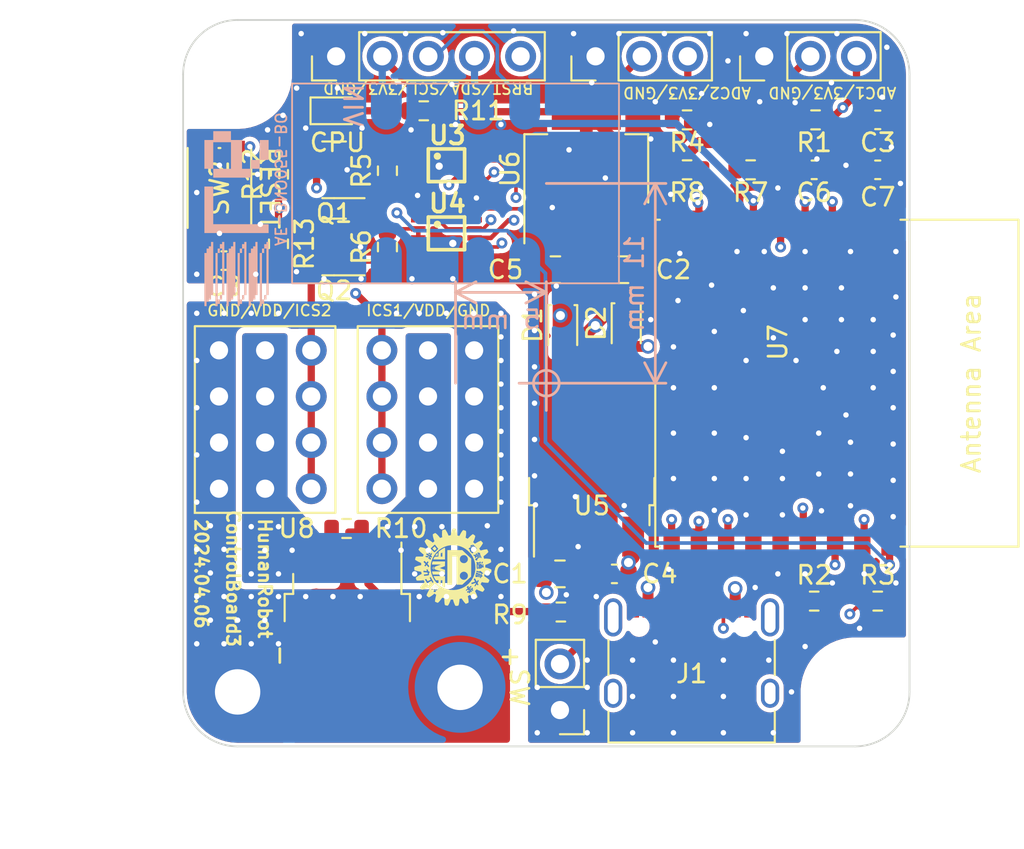
<source format=kicad_pcb>
(kicad_pcb (version 20221018) (generator pcbnew)
  (layers (0 "F.Cu" signal) (1 "In1.Cu" signal) (2 "In2.Cu" signal) (3 "In3.Cu" signal) (4 "In4.Cu" signal) (31 "B.Cu" signal) (34 "B.Paste" user) (35 "F.Paste" user) (36 "B.SilkS" user "B.Silkscreen") (37 "F.SilkS" user "F.Silkscreen") (38 "B.Mask" user) (39 "F.Mask" user) (44 "Edge.Cuts" user))
  (net 0 "")
  (net 1 "GND")
  (net 2 "+3V3")
  (net 3 "/RST")
  (net 4 "VDD")
  (net 5 "Net-(U7-EN{slash}CHIP_PU)")
  (net 6 "VSS")
  (net 7 "/D+")
  (net 8 "/D-")
  (net 9 "/SCL")
  (net 10 "/SDA")
  (net 11 "/BNO055RST")
  (net 12 "/ADC1")
  (net 13 "/ADC2")
  (net 14 "+5V")
  (net 15 "Net-(D2-A)")
  (net 16 "Net-(D3-A)")
  (net 17 "Net-(J1-CC1)")
  (net 19 "Net-(J1-CC2)")
  (net 21 "/ICS1_3V3")
  (net 22 "/ICS1_5V")
  (net 23 "/ICS2_3V3")
  (net 24 "/EN2")
  (net 25 "/TX2")
  (net 26 "/TX1")
  (net 27 "/EN1")
  (net 28 "/RX1")
  (net 29 "/RX2")
  (net 30 "/ICS2_5V")
  (net 31 "Net-(U7-GPIO8)")
  (net 32 "Net-(SW1A-B)")
  (net 33 "Net-(U8-IN)")
  (net 34 "Net-(U8-IS)")
  (footprint "Diode:Diode_US2H" (layer "F.Cu") (at 124.4 76.7 -90)
    (fp_text reference "D2")
    (fp_text value "CUHS20S60/2A/60V")
  )
  (footprint "Package_TO_SOT_SMD:SOT-23" (layer "F.Cu") (at 108.3125 68.25 180)
    (fp_text reference "Q1")
    (fp_text value "BSS138")
  )
  (footprint "Diode:Diode_US2H" (layer "F.Cu") (at 120.9 76.8 -90)
    (fp_text reference "D1")
    (fp_text value "CUHS20S60/2A/60V")
  )
  (footprint "Resistor_SMD:R_0603_1608Metric" (layer "F.Cu") (at 134.75 92)
    (fp_text reference "R2")
    (fp_text value "5.1k")
  )
  (footprint "Capacitor_SMD:C_0805_2012Metric" (layer "F.Cu") (at 120.5 73.75 180)
    (fp_text reference "C5")
    (fp_text value "22u/25V/2012")
  )
  (footprint "Logic:US-8" (layer "F.Cu") (at 114.5 71.75 -90)
    (fp_text reference "U4")
    (fp_text value "TC7WH241FK" hide)
  )
  (footprint "Connector_PinHeader_2.54mm:PinHeader_1x05_P2.54mm_Vertical" (layer "F.Cu") (at 108.425 62 90)
    (fp_text reference "J2" hide)
    (fp_text value "BNO055")
  )
  (footprint "Mounting:MountingHole_3.2mm_M3_DIN965" (layer "F.Cu") (at 137 97)
    (fp_text reference "H3" hide)
    (fp_text value "MountingHole")
  )
  (footprint "Conn:PinHeader_03x04_P2.54mm_Vertical" (layer "F.Cu") (at 101.975 85.81 90)
    (fp_text reference "U2" hide)
    (fp_text value "Conn_03x04")
  )
  (footprint "MountingHole:MountingHole_2.5mm_Pad" (layer "F.Cu") (at 103 97)
    (fp_text reference "H1" hide)
    (fp_text value "-")
  )
  (footprint "Connector_PinHeader_2.54mm:PinHeader_1x02_P2.54mm_Vertical" (layer "F.Cu") (at 120.75 98 180)
    (fp_text reference "SW1" hide)
    (fp_text value "SW")
  )
  (footprint "Logo:Robo" (layer "F.Cu") (at 114.75 90.25 -90)
    (fp_text reference "G***" hide)
    (fp_text value "LOGO" hide)
  )
  (footprint "Resistor_SMD:R_0603_1608Metric" (layer "F.Cu") (at 111.25 72.5 90)
    (fp_text reference "R6")
    (fp_text value "2.2k")
  )
  (footprint "Capacitor_SMD:C_0603_1608Metric" (layer "F.Cu") (at 138.25 65.5)
    (fp_text reference "C3")
    (fp_text value "10u/35V")
  )
  (footprint "Resistor_SMD:R_0603_1608Metric" (layer "F.Cu") (at 127.75 68.25)
    (fp_text reference "R8")
    (fp_text value "10k")
  )
  (footprint "Mounting:MountingHole_3.2mm_M3_DIN965" (layer "F.Cu") (at 103 63)
    (fp_text reference "H4" hide)
    (fp_text value "MountingHole")
  )
  (footprint "Capacitor_SMD:C_0603_1608Metric" (layer "F.Cu") (at 123.75 90.5 180)
    (fp_text reference "C4")
    (fp_text value "0.1u/25V")
  )
  (footprint "Capacitor_SMD:C_0603_1608Metric" (layer "F.Cu") (at 134.75 68.25)
    (fp_text reference "C6")
    (fp_text value "1u/16V")
  )
  (footprint "Connector_PinHeader_2.54mm:PinHeader_1x03_P2.54mm_Vertical" (layer "F.Cu") (at 132 62 90)
    (fp_text reference "J3" hide)
    (fp_text value "ADC")
  )
  (footprint "Package_TO_SOT_SMD:TO-252-2" (layer "F.Cu") (at 122.5 84.25 90)
    (fp_text reference "U5")
    (fp_text value "NJM7805SDL1")
  )
  (footprint "Capacitor_SMD:C_0603_1608Metric" (layer "F.Cu") (at 102.25 73.25 180)
    (fp_text reference "C8")
    (fp_text value "0.1u/25V")
  )
  (footprint "MountingHole:MountingHole_2.5mm_Pad" (layer "F.Cu") (at 115.25 96.75)
    (fp_text reference "H2" hide)
    (fp_text value "+")
  )
  (footprint "Package_TO_SOT_SMD:TO-252-4" (layer "F.Cu") (at 109.04 94.075 -90)
    (fp_text reference "U8")
    (fp_text value "BTS6142D")
  )
  (footprint "Capacitor_SMD:C_0805_2012Metric" (layer "F.Cu") (at 120.75 90.5 180)
    (fp_text reference "C1")
    (fp_text value "1u/50V/2012")
  )
  (footprint "Package_TO_SOT_SMD:SOT-23" (layer "F.Cu") (at 108.3125 72.5 180)
    (fp_text reference "Q2")
    (fp_text value "BSS138")
  )
  (footprint "Logic:US-8" (layer "F.Cu") (at 114.5 68 -90)
    (fp_text reference "U3")
    (fp_text value "TC7WH241FK" hide)
  )
  (footprint "Resistor_SMD:R_0603_1608Metric" (layer "F.Cu") (at 120.8 92.6 180)
    (fp_text reference "R9")
    (fp_text value "10k")
  )
  (footprint "Resistor_SMD:R_0603_1608Metric" (layer "F.Cu") (at 134.825 65.5)
    (fp_text reference "R1")
    (fp_text value "10k")
  )
  (footprint "Connector_PinHeader_2.54mm:PinHeader_1x03_P2.54mm_Vertical" (layer "F.Cu") (at 122.71 62 90)
    (fp_text reference "J4" hide)
    (fp_text value "ADC")
  )
  (footprint "Espressif:ESP32-C3-WROOM-02" (layer "F.Cu") (at 133 80 -90)
    (fp_text reference "U7")
    (fp_text value "ESP32-C3-WROOM-02")
  )
  (footprint "Resistor_SMD:R_0603_1608Metric" (layer "F.Cu") (at 131.25 68.25)
    (fp_text reference "R7")
    (fp_text value "10k")
  )
  (footprint "Button_Switch_SMD:SW_Push_1P1T_NO_Vertical_Wuerth_434133025816" (layer "F.Cu") (at 102 69.25 -90)
    (fp_text reference "SW2")
    (fp_text value "SW_Push")
  )
  (footprint "Resistor_SMD:R_0603_1608Metric" (layer "F.Cu") (at 109 88)
    (fp_text reference "R10")
    (fp_text value "10k")
  )
  (footprint "Resistor_SMD:R_0603_1608Metric" (layer "F.Cu") (at 138.25 92)
    (fp_text reference "R3")
    (fp_text value "5.1k")
  )
  (footprint "Connector_USB:USB_C_Receptacle_XKB_U262-16XN-4BVC11" (layer "F.Cu") (at 128 96)
    (fp_text reference "J1")
    (fp_text value "USB_C_Receptacle_USB2.0")
  )
  (footprint "Conn:PinHeader_03x04_P2.54mm_Vertical" (layer "F.Cu") (at 116.025 78.19 -90)
    (fp_text reference "U1" hide)
    (fp_text value "Conn_03x04")
  )
  (footprint "Resistor_SMD:R_0603_1608Metric" (layer "F.Cu") (at 111.25 68.3 90)
    (fp_text reference "R5")
    (fp_text value "2.2k")
  )
  (footprint "LED_SMD:LED_0603_1608Metric" (layer "F.Cu") (at 108.5 65)
    (fp_text reference "D3" hide)
    (fp_text value "GREEN")
  )
  (footprint "Package_TO_SOT_SMD:SOT-223-3_TabPin2" (layer "F.Cu") (at 122.2 68.2 90)
    (fp_text reference "U6")
    (fp_text value "AZ1117-3.3")
  )
  (footprint "Resistor_SMD:R_0603_1608Metric" (layer "F.Cu") (at 105.25 68.5 90)
    (fp_text reference "R12")
    (fp_text value "2.2k")
  )
  (footprint "Capacitor_SMD:C_0603_1608Metric" (layer "F.Cu") (at 138.25 68.25)
    (fp_text reference "C7")
    (fp_text value "0.1u/25V")
  )
  (footprint "Resistor_SMD:R_0603_1608Metric" (layer "F.Cu") (at 113.25 65 180)
    (fp_text reference "R11")
    (fp_text value "510")
  )
  (footprint "Capacitor_SMD:C_0805_2012Metric" (layer "F.Cu") (at 124.25 73.75 180)
    (fp_text reference "C2")
    (fp_text value "10u/50V/2012")
  )
  (footprint "Resistor_SMD:R_0603_1608Metric" (layer "F.Cu") (at 105.25 72.325 -90)
    (fp_text reference "R13")
    (fp_text value "2.2k")
  )
  (footprint "Resistor_SMD:R_0603_1608Metric" (layer "F.Cu") (at 127.75 65.5 180)
    (fp_text reference "R4")
    (fp_text value "10k")
  )
  (footprint "IMU:BNO055" (layer "B.Cu") (at 115 69 -90)
    (fp_text reference "U9" hide)
    (fp_text value "~" hide)
  )
  (footprint "Logo:L6" (layer "B.Cu") (at 103 71 90)
    (fp_text reference "G***" hide)
    (fp_text value "LOGO" hide)
  )
  (gr_circle (center 120 80) (end 120.5 80.5) (stroke (width 0.15)) (fill none) (layer "B.SilkS"))
  (gr_line (start 120 80) (end 120 81.5) (stroke (width 0.15)) (layer "B.SilkS"))
  (gr_line (start 118.5 80) (end 120 80) (stroke (width 0.15)) (layer "B.SilkS"))
  (gr_line (start 137 60) (end 103 60) (stroke (width 0.1)) (layer "Edge.Cuts"))
  (gr_arc (start 140 97) (mid 139.12132 99.12132) (end 137 100) (stroke (width 0.1)) (layer "Edge.Cuts"))
  (gr_line (start 100 97) (end 100 63) (stroke (width 0.1)) (layer "Edge.Cuts"))
  (gr_arc (start 100 63) (mid 100.87868 60.87868) (end 103 60) (stroke (width 0.1)) (layer "Edge.Cuts"))
  (gr_line (start 140 97) (end 140 63) (stroke (width 0.1)) (layer "Edge.Cuts"))
  (gr_arc (start 137 60) (mid 139.12132 60.87868) (end 140 63) (stroke (width 0.1)) (layer "Edge.Cuts"))
  (gr_line (start 103 100) (end 137 100) (stroke (width 0.1)) (layer "Edge.Cuts"))
  (gr_arc (start 103 100) (mid 100.87868 99.12132) (end 100 97) (stroke (width 0.1)) (layer "Edge.Cuts"))
  (gr_text "VIN" (at 108.75 66 -90) (layer "B.SilkS") (effects (font (size 1 1)) (justify left bottom mirror)))
  (gr_text "AE-BNO055-BO" (at 105 72.5 270) (layer "B.SilkS") (effects (font (size 0.6 0.6) (thickness 0.1) bold) (justify left bottom mirror)))
  (gr_text "RESET" (at 104.75 69.25 270) (layer "F.SilkS") (effects (font (size 1 1))))
  (gr_text "SW" (at 118.5 96.75 270) (layer "F.SilkS") (effects (font (size 1 1))))
  (gr_text "BRST/SDA/SCL/3V3/GND" (at 113.5 63.75 180) (layer "F.SilkS") (effects (font (size 0.6 0.6) (thickness 0.1))))
  (gr_text "ADC2/3V3/GND" (at 127.75 64 180) (layer "F.SilkS") (effects (font (size 0.6 0.6) (thickness 0.1))))
  (gr_text "-" (at 105.25 95 90) (layer "F.SilkS") (effects (font (size 1 1))))
  (gr_text "ADC1/3V3/GND" (at 135.75 64 180) (layer "F.SilkS") (effects (font (size 0.6 0.6) (thickness 0.1))))
  (gr_text "ControlBoard3" (at 102.75 90.75 270) (layer "F.SilkS") (effects (font (size 0.7 0.7))))
  (gr_text "GND/VDD/ICS2" (at 104.75 76) (layer "F.SilkS") (effects (font (size 0.6 0.6) (thickness 0.1))))
  (gr_text "ICS1/VDD/GND" (at 113.5 76) (layer "F.SilkS") (effects (font (size 0.6 0.6) (thickness 0.1))))
  (gr_text "+" (at 118 95) (layer "F.SilkS") (effects (font (size 1 1))))
  (gr_text "CPU" (at 108.5 66.75) (layer "F.SilkS") (effects (font (size 1 1))))
  (gr_text "2024.04.06" (at 101 90.5 270) (layer "F.SilkS") (effects (font (size 0.7 0.7))))
  (gr_text "HumanRobot" (at 104.5 90.75 270) (layer "F.SilkS") (effects (font (size 0.7 0.7))))
  (dimension (type aligned) (layer "B.SilkS") (pts (xy 119.5 80) (xy 119.5 69)) (height 6.5) (gr_text "11 mm" (at 124.85 74.5 90) (layer "B.SilkS") (effects (font (size 1 1) (thickness 0.15)) (justify mirror))) (format (prefix "") (suffix "") (units 3) (units_format 1) (precision 0)) (style (thickness 0.15) (arrow_length 1.27) (text_position_mode 0) (extension_height 0.58642) (extension_offset 0.5) keep_text_aligned))
  (dimension (type aligned) (layer "B.SilkS") (pts (xy 120 80.5) (xy 115 80.5)) (height 5.5) (gr_text "5 mm" (at 117.5 76.5) (layer "B.SilkS") (effects (font (size 1 1) (thickness 0.15)) (justify mirror))) (format (prefix "") (suffix "") (units 3) (units_format 1) (precision 0)) (style (thickness 0.15) (arrow_length 1.27) (text_position_mode 2) (extension_height 0.58642) (extension_offset 0.5) keep_text_aligned))
  (segment (start 109.825 88) (end 109 88.825) (width 0.4) (layer "F.Cu") (net 1))
  (segment (start 109 91) (end 109.75 91.75) (width 0.4) (layer "F.Cu") (net 1))
  (segment (start 109 88.825) (end 109 91) (width 0.4) (layer "F.Cu") (net 1))
  (via (at 138 76.5) (size 0.6) (drill 0.3) (layers "F.Cu" "B.Cu") (net 1))
  (via (at 103.75 76.15) (size 0.6) (drill 0.3) (layers "F.Cu" "B.Cu") (net 1))
  (via (at 119.4 86.7) (size 0.6) (drill 0.3) (layers "F.Cu" "B.Cu") (net 1))
  (via (at 114.85 74.25) (size 0.6) (drill 0.3) (layers "F.Cu" "B.Cu") (net 1))
  (via (at 122.5 63.45) (size 0.6) (drill 0.3) (layers "F.Cu" "B.Cu") (net 1))
  (via (at 133 83.75) (size 0.6) (drill 0.3) (layers "F.Cu" "B.Cu") (net 1))
  (via (at 101.5 87.85) (size 0.6) (drill 0.3) (layers "F.Cu" "B.Cu") (net 1))
  (via (at 106.75 65.95) (size 0.6) (drill 0.3) (layers "F.Cu" "B.Cu") (net 1))
  (via (at 104 74) (size 0.6) (drill 0.3) (layers "F.Cu" "B.Cu") (net 1))
  (via (at 112.91 69.66) (size 0.6) (drill 0.3) (layers "F.Cu" "B.Cu") (net 1))
  (via (at 110 60.75) (size 0.6) (drill 0.3) (layers "F.Cu" "B.Cu") (net 1))
  (via (at 116.75 90.45) (size 0.6) (drill 0.3) (layers "F.Cu" "B.Cu") (net 1))
  (via (at 132 72.75) (size 0.6) (drill 0.3) (layers "F.Cu" "B.Cu") (net 1))
  (via (at 121.75 89) (size 0.6) (drill 0.3) (layers "F.Cu" "B.Cu") (net 1))
  (via (at 121.5 60.75) (size 0.6) (drill 0.3) (layers "F.Cu" "B.Cu") (net 1))
  (via (at 116 89.15) (size 0.6) (drill 0.3) (layers "F.Cu" "B.Cu") (net 1))
  (via (at 117.5 86.55) (size 0.6) (drill 0.3) (layers "F.Cu" "B.Cu") (net 1))
  (via (at 100.75 78.75) (size 0.6) (drill 0.3) (layers "F.Cu" "B.Cu") (net 1))
  (via (at 138.5 64.25) (size 0.6) (drill 0.3) (layers "F.Cu" "B.Cu") (net 1))
  (via (at 130.5 72.75) (size 0.6) (drill 0.3) (layers "F.Cu" "B.Cu") (net 1))
  (via (at 100.75 74) (size 0.6) (drill 0.3) (layers "F.Cu" "B.Cu") (net 1))
  (via (at 105.25 76.15) (size 0.6) (drill 0.3) (layers "F.Cu" "B.Cu") (net 1))
  (via (at 119.5 96.75) (size 0.6) (drill 0.3) (layers "F.Cu" "B.Cu") (net 1))
  (via (at 113 76.15) (size 0.6) (drill 0.3) (layers "F.Cu" "B.Cu") (net 1))
  (via (at 127 85.25) (size 0.6) (drill 0.3) (layers "F.Cu" "B.Cu") (net 1))
  (via (at 121.25 67.15) (size 0.6) (drill 0.3) (layers "F.Cu" "B.Cu") (net 1))
  (via (at 129 60.75) (size 0.6) (drill 0.3) (layers "F.Cu" "B.Cu") (net 1))
  (via (at 128.5 69.25) (size 0.6) (drill 0.3) (layers "F.Cu" "B.Cu") (net 1))
  (via (at 127.25 75.45) (size 0.6) (drill 0.3) (layers "F.Cu" "B.Cu") (net 1))
  (via (at 119.35 77.1) (size 0.6) (drill 0.3) (layers "F.Cu" "B.Cu") (net 1))
  (via (at 101.5 90.45) (size 0.6) (drill 0.3) (layers "F.Cu" "B.Cu") (net 1))
  (via (at 127 95.25) (size 0.6) (drill 0.3) (layers "F.Cu" "B.Cu") (net 1))
  (via (at 132.75 90.5) (size 0.6) (drill 0.3) (layers "F.Cu" "B.Cu") (net 1))
  (via (at 117.5 91.75) (size 0.6) (drill 0.3) (layers "F.Cu" "B.Cu") (net 1))
  (via (at 114.3 60.7) (size 0.6) (drill 0.3) (layers "F.Cu" "B.Cu") (net 1))
  (via (at 117.5 78.75) (size 0.6) (drill 0.3) (layers "F.Cu" "B.Cu") (net 1))
  (via (at 109.8 74.2495) (size 0.6) (drill 0.3) (layers "F.Cu" "B.Cu") (net 1))
  (via (at 112.25 60.75) (size 0.6) (drill 0.3) (layers "F.Cu" "B.Cu") (net 1))
  (via (at 135 85) (size 0.6) (drill 0.3) (layers "F.Cu" "B.Cu") (net 1))
  (via (at 139.25 91) (size 0.6) (drill 0.3) (layers "F.Cu" "B.Cu") (net 1))
  (via (at 104.5 93.05) (size 0.6) (drill 0.3) (layers "F.Cu" "B.Cu") (net 1))
  (via (at 129.75 99.25) (size 0.6) (drill 0.3) (layers "F.Cu" "B.Cu") (net 1))
  (via (at 131 85.25) (size 0.6) (drill 0.3) (layers "F.Cu" "B.Cu") (net 1))
  (via (at 134.25 72.75) (size 0.6) (drill 0.3) (layers "F.Cu" "B.Cu") (net 1))
  (via (at 136.75 83.25) (size 0.6) (drill 0.3) (layers "F.Cu" "B.Cu") (net 1))
  (via (at 136.5 81.75) (size 0.6) (drill 0.3) (layers "F.Cu" "B.Cu") (net 1))
  (via (at 121.1 91.65) (size 0.6) (drill 0.3) (layers "F.Cu" "B.Cu") (net 1))
  (via (at 139 67) (size 0.6) (drill 0.3) (layers "F.Cu" "B.Cu") (net 1))
  (via (at 136.75 72.75) (size 0.6) (drill 0.3) (layers "F.Cu" "B.Cu") (net 1))
  (via (at 105.25 94.35) (size 0.6) (drill 0.3) (layers "F.Cu" "B.Cu") (net 1))
  (via (at 100.75 69.5) (size 0.6) (drill 0.3) (layers "F.Cu" "B.Cu") (net 1))
  (via (at 123.25 68.6995) (size 0.6) (drill 0.3) (layers "F.Cu" "B.Cu") (net 1))
  (via (at 131 60.75) (size 0.6) (drill 0.3) (layers "F.Cu" "B.Cu") (net 1))
  (via (at 129.25 77.15) (size 0.6) (drill 0.3) (layers "F.Cu" "B.Cu") (net 1))
  (via (at 136.5 68) (size 0.6) (drill 0.3) (layers "F.Cu" "B.Cu") (net 1))
  (via (at 100.75 81.35) (size 0.6) (drill 0.3) (layers "F.Cu" "B.Cu") (net 1))
  (via (at 102.25 89.15) (size 0.6) (drill 0.3) (layers "F.Cu" "B.Cu") (net 1))
  (via (at 137.25 93.5) (size 0.6) (drill 0.3) (layers "F.Cu" "B.Cu") (net 1))
  (via (at 139.5 69) (size 0.6) (drill 0.3) (layers "F.Cu" "B.Cu") (net 1))
  (via (at 119.35 83.1) (size 0.6) (drill 0.3) (layers "F.Cu" "B.Cu") (net 1))
  (via (at 129.25 87) (size 0.6) (drill 0.3) (layers "F.Cu" "B.Cu") (net 1))
  (via (at 121.6 86.25) (size 0.6) (drill 0.3) (layers "F.Cu" "B.Cu") (net 1))
  (via (at 116.75 87.85) (size 0.6) (drill 0.3) (layers "F.Cu" "B.Cu") (net 1))
  (via (at 138.75 61.5) (size 0.6) (drill 0.3) (layers "F.Cu" "B.Cu") (net 1))
  (via (at 119.35 75.1) (size 0.6) (drill 0.3) (layers "F.Cu" "B.Cu") (net 1))
  (via (at 112.6 74.25) (size 0.6) (drill 0.3) (layers "F.Cu" "B.Cu") (net 1))
  (via (at 131 78.75) (size 0.6) (drill 0.3) (layers "F.Cu" "B.Cu") (net 1))
  (via (at 139.1 85.35) (size 0.6) (drill 0.3) (layers "F.Cu" "B.Cu") (net 1))
  (via (at 114.1 68.05) (size 0.8) (drill 0.4) (layers "F.Cu" "B.Cu") (net 1))
  (via (at 119.35 85.1) (size 0.6) (drill 0.3) (layers "F.Cu" "B.Cu") (net 1))
  (via (at 129.75 97.25) (size 0.6) (drill 0.3) (layers "F.Cu" "B.Cu") (net 1))
  (via (at 139.25 75.25) (size 0.6) (drill 0.3) (layers "F.Cu" "B.Cu") (net 1))
  (via (at 111.75 76.15) (size 0.6) (drill 0.3) (layers "F.Cu" "B.Cu") (net 1))
  (via (at 117.5 77.45) (size 0.6) (drill 0.3) (layers "F.Cu" "B.Cu") (net 1))
  (via (at 134.25 74.75) (size 0.6) (drill 0.3) (layers "F.Cu" "B.Cu") (net 1))
  (via (at 133 85.25) (size 0.6) (drill 0.3) (layers "F.Cu" "B.Cu") (net 1))
  (via (at 139.1 83.35) (size 0.6) (drill 0.3) (layers "F.Cu" "B.Cu") (net 1))
  (via (at 127 80.25) (size 0.6) (drill 0.3) (layers "F.Cu" "B.Cu") (net 1))
  (via (at 100.75 86.55) (size 0.6) (drill 0.3) (layers "F.Cu" "B.Cu") (net 1))
  (via (at 134.25 90.5) (size 0.6) (drill 0.3) (layers "F.Cu" "B.Cu") (net 1))
  (via (at 114.5 91.75) (size 0.6) (drill 0.3) (layers "F.Cu" "B.Cu") (net 1))
  (via (at 117.5 89.15) (size 0.6) (drill 0.3) (layers "F.Cu" "B.Cu") (net 1))
  (via (at 135 82.75) (size 0.6) (drill 0.3) (layers "F.Cu" "B.Cu") (net 1))
  (via (at 125.75 76.5) (size 0.6) (drill 0.3) (layers "F.Cu" "B.Cu") (net 1))
  (via (at 107.7545 74.253212) (size 0.6) (drill 0.3) (layers "F.Cu" "B.Cu") (net 1))
  (via (at 106.75 91.75) (size 0.6) (drill 0.3) (layers "F.Cu" "B.Cu") (net 1))
  (via (at 133.7 64.55) (size 0.6) (drill 0.3) (layers "F.Cu" "B.Cu") (net 1))
  (via (at 134.25 76.5) (size 0.6) (drill 0.3) (layers "F.Cu" "B.Cu") (net 1))
  (via (at 134.25 94.5) (size 0.6) (drill 0.3) (layers "F.Cu" "B.Cu") (net 1))
  (via (at 138 80.25) (size 0.6) (drill 0.3) (layers "F.Cu" "B.Cu") (net 1))
  (via (at 130.85 76) (size 0.6) (drill 0.3) (layers "F.Cu" "B.Cu") (net 1))
  (via (at 135.7 63.45) (size 0.6) (drill 0.3) (layers "F.Cu" "B.Cu") (net 1))
  (via (at 102.25 91.75) (size 0.6) (drill 0.3) (layers "F.Cu" "B.Cu") (net 1))
  (via (at 108.5 63.75) (size 0.6) (drill 0.3) (layers "F.Cu" "B.Cu") (net 1))
  (via (at 104.65 66.05) (size 0.6) (drill 0.3) (layers "F.Cu" "B.Cu") (net 1))
  (via (at 103 93.05) (size 0.6) (drill 0.3) (layers "F.Cu" "B.Cu") (net 1))
  (via (at 122.25 96.75) (size 0.6) (drill 0.3) (layers "F.Cu" "B.Cu") (net 1))
  (via (at 101.5 93.05) (size 0.6) (drill 0.3) (layers "F.Cu" "B.Cu") (net 1))
  (via (at 106.5 60.75) (size 0.6) (drill 0.3) (layers "F.Cu" "B.Cu") (net 1))
  (via (at 136.25 74.75) (size 0.6) (drill 0.3) (layers "F.Cu" "B.Cu") (net 1))
  (via (at 128.55 64.05) (size 0.6) (drill 0.3) (layers "F.Cu" "B.Cu") (net 1))
  (via (at 114.85 72.3) (size 0.8) (drill 0.4) (layers "F.Cu" "B.Cu") (net 1))
  (via (at 133.75 78.75) (size 0.6) (drill 0.3) (layers "F.Cu" "B.Cu") (net 1))
  (via (at 129.25 85.25) (size 0.6) (drill 0.3) (layers "F.Cu" "B.Cu") (net 1))
  (via (at 139.1 77.35) (size 0.6) (drill 0.3) (layers "F.Cu" "B.Cu") (net 1))
  (via (at 135.75 91) (size 0.6) (drill 0.3) (layers "F.Cu" "B.Cu") (net 1))
  (via (at 127.35 72.85) (size 0.6) (drill 0.3) (layers "F.Cu" "B.Cu") (net 1))
  (via (at 100.75 89.15) (size 0.6) (drill 0.3) (layers "F.Cu" "B.Cu") (net 1))
  (via (at 136.75 86.75) (size 0.6) (drill 0.3) (layers "F.Cu" "B.Cu") (net 1))
  (via (at 105.5 65.25) (size 0.6) (drill 0.3) (layers "F.Cu" "B.Cu") (net 1))
  (via (at 139.25 72.75) (size 0.6) (drill 0.3) (layers "F.Cu" "B.Cu") (net 1))
  (via (at 124 60.75) (size 0.6) (drill 0.3) (layers "F.Cu" "B.Cu") (net 1))
  (via (at 102.25 94.35) (size 0.6) (drill 0.3) (layers "F.Cu" "B.Cu") (net 1))
  (via (at 136.75 85) (size 0.6) (drill 0.3) (layers "F.Cu" "B.Cu") (net 1))
  (via (at 133.25 60.75) (size 0.6) (drill 0.3) (layers "F.Cu" "B.Cu") (net 1))
  (via (at 104.1 68.5) (size 0.6) (drill 0.3) (layers "F.Cu" "B.Cu") (net 1))
  (via (at 117.5 80.05) (size 0.6) (drill 0.3) (layers "F.Cu" "B.Cu") (net 1))
  (via (at 133 87.25) (size 0.6) (drill 0.3) (layers "F.Cu" "B.Cu") (net 1))
  (via (at 105.25 91.75) (size 0.6) (drill 0.3) (layers "F.Cu" "B.Cu") (net 1))
  (via (at 137.5 90.5) (size 0.6) (drill 0.3) (layers "F.Cu" "B.Cu") (net 1))
  (via (at 125.75 66.55) (size 0.6) (drill 0.3) (layers "F.Cu" "B.Cu") (net 1))
  (via (at 116 91.75) (size 0.6) (drill 0.3) (layers "F.Cu" "B.Cu") (net 1))
  (via (at 124.288911 86.741089) (size 0.6) (drill 0.3) (layers "F.Cu" "B.Cu") (net 1))
  (via (at 100.75 91.75) (size 0.6) (drill 0.3) (layers "F.Cu" "B.Cu") (net 1))
  (via (at 132.75 69.25) (size 0.6) (drill 0.3) (layers "F.Cu" "B.Cu") (net 1))
  (via (at 139.1 79.35) (size 0.6) (drill 0.3) (layers "F.Cu" "B.Cu") (net 1))
  (via (at 117.5 76.15) (size 0.6) (drill 0.3) (layers "F.Cu" "B.Cu") (net 1))
  (via (at 100.75 76.15) (size 0.6) (drill 0.3) (layers "F.Cu" "B.Cu") (net 1))
  (via (at 116 76.15) (size 0.6) (drill 0.3) (layers "F.Cu" "B.Cu") (net 1))
  (via (at 119.5 99.25) (size 0.6) (drill 0.3) (layers "F.Cu" "B.Cu") (net 1))
  (via (at 131 83) (size 0.6) (drill 0.3) (layers "F.Cu" "B.Cu") (net 1))
  (via (at 129.25 82.75) (size 0.6) (drill 0.3) (layers "F.Cu" "B.Cu") (net 1))
  (via (at 126.75 90.25) (size 0.6) (drill 0.3) (layers "F.Cu" "B.Cu") (net 1))
  (via (at 129.1 74.6) (size 0.6) (drill 0.3) (layers "F.Cu" "B.Cu") (net 1))
  (via (at 124.75 99.25) (size 0.6) (drill 0.3) (layers "F.Cu" "B.Cu") (net 1))
  (via (at 134.9 67.65) (size 0.6) (drill 0.3) (layers "F.Cu" "B.Cu") (net 1))
  (via (at 126 64.5) (size 0.6) (drill 0.3) (layers "F.Cu" "B.Cu") (net 1))
  (via (at 118.2 60.6) (size 0.6) (drill 0.3) (layers "F.Cu" "B.Cu") (net 1))
  (via (at 117.5 83.95) (size 0.6) (drill 0.3) (layers "F.Cu" "B.Cu") (net 1))
  (via (at 117.5 82.65) (size 0.6) (drill 0.3) (layers "F.Cu" "B.Cu") (net 1))
  (via (at 126.5 60.75) (size 0.6) (drill 0.3) (layers "F.Cu" "B.Cu") (net 1))
  (via (at 126.85 69.6) (size 0.6) (drill 0.3) (layers "F.Cu" "B.Cu") (net 1))
  (via (at 109.85 65.95) (size 0.6) (drill 0.3) (layers "F.Cu" "B.Cu") (net 1))
  (via (at 136 78.25) (size 0.6) (drill 0.3) (layers "F.Cu" "B.Cu") (net 1))
  (via (at 138 78.25) (size 0.6) (drill 0.3) (layers "F.Cu" "B.Cu") (net 1))
  (via (at 130 62.25) (size 0.6) (drill 0.3) (layers "F.Cu" "B.Cu") (net 1))
  (via (at 113 91.75) (size 0.6) (drill 0.3) (layers "F.Cu" "B.Cu") (net 1))
  (via (at 117.5 85.25) (size 0.6) (drill 0.3) (layers "F.Cu" "B.Cu") (net 1))
  (via (at 127 82.75) (size 0.6) (drill 0.3) (layers "F.Cu" "B.Cu") (net 1))
  (via (at 135.25 80.25) (size 0.6) (drill 0.3) (layers "F.Cu" "B.Cu") (net 1))
  (via (at 124.75 97.25) (size 0.6) (drill 0.3) (layers "F.Cu" "B.Cu") (net 1))
  (via (at 112.55 66.05) (size 0.6) (drill 0.3) (layers "F.Cu" "B.Cu") (net 1))
  (via (at 129.75 95.25) (size 0.6) (drill 0.3) (layers "F.Cu" "B.Cu") (net 1))
  (via (at 136.25 76.5) (size 0.6) (drill 0.3) (layers "F.Cu" "B.Cu") (net 1))
  (via (at 132.5 99.25) (size 0.6) (drill 0.3) (layers "F.Cu" "B.Cu") (net 1))
  (via (at 102 68) (size 0.6) (drill 0.3) (layers "F.Cu" "B.Cu") (net 1))
  (via (at 102 71.75) (size 0.6) (drill 0.3) (layers "F.Cu" "B.Cu") (net 1))
  (via (at 106.24 73.86) (size 0.6) (drill 0.3) (layers "F.Cu" "B.Cu") (net 1))
  (via (at 103.75 94.35) (size 0.6) (drill 0.3) (layers "F.Cu" "B.Cu") (net 1))
  (via (at 139.1 81.35) (size 0.6) (drill 0.3) (layers "F.Cu" "B.Cu") (net 1))
  (via (at 132.5 74.75) (size 0.6) (drill 0.3) (layers "F.Cu" "B.Cu") (net 1))
  (via (at 102.25 76.15) (size 0.6) (drill 0.3) (layers "F.Cu" "B.Cu") (net 1))
  (via (at 139.1 87.35) (size 0.6) (drill 0.3) (layers "F.Cu" "B.Cu") (net 1))
  (via (at 120.55 74.65) (size 0.6) (drill 0.3) (layers "F.Cu" "B.Cu") (net 1))
  (via (at 124.75 95.25) (size 0.6) (drill 0.3) (layers "F.Cu" "B.Cu") (net 1))
  (via (at 109.03 68.25) (size 0.6) (drill 0.3) (layers "F.Cu" "B.Cu") (net 1))
  (via (at 104.25 71.25) (size 0.6) (drill 0.3) (layers "F.Cu" "B.Cu") (net 1))
  (via (at 114.5 76.15) (size 0.6) (drill 0.3) (layers "F.Cu" "B.Cu") (net 1))
  (via (at 132.25 95.25) (size 0.6) (drill 0.3) (layers "F.Cu" "B.Cu") (net 1))
  (via (at 100.75 83.95) (size 0.6) (drill 0.3) (layers "F.Cu" "B.Cu") (net 1))
  (via (at 129.25 80.25) (size 0.6) (drill 0.3) (layers "F.Cu" "B.Cu") (net 1))
  (via (at 117.5 81.35) (size 0.6) (drill 0.3) (layers "F.Cu" "B.Cu") (net 1))
  (via (at 117.5 65.75) (size 0.6) (drill 0.3) (layers "F.Cu" "B.Cu") (net 1))
  (via (at 115 65.75) (size 0.6) (drill 0.3) (layers "F.Cu" "B.Cu") (net 1))
  (via (at 122.75 91.75) (size 0.6) (drill 0.3) (layers "F.Cu" "B.Cu") (net 1))
  (via (at 122.25 99.25) (size 0.6) (drill 0.3) (layers "F.Cu" "B.Cu") (net 1))
  (via (at 131.5 91.25) (size 0.6) (drill 0.3) (layers "F.Cu" "B.Cu") (net 1))
  (via (at 114.8 63.55) (size 0.6) (drill 0.3) (layers "F.Cu" "B.Cu") (net 1))
  (via (at 126 94.25) (size 0.6) (drill 0.3) (layers "F.Cu" "B.Cu") (net 1))
  (via (at 127 78) (size 0.6) (drill 0.3) (layers "F.Cu" "B.Cu") (net 1))
  (via (at 135.15 87.025) (size 0.6) (drill 0.3) (layers "F.Cu" "B.Cu") (net 1))
  (via (at 129 65.75) (size 0.6) (drill 0.3) (layers "F.Cu" "B.Cu") (net 1))
  (via (at 103.75 91.75) (size 0.6) (drill 0.3) (layers "F.Cu" "B.Cu") (net 1))
  (via (at 119.35 79.1) (size 0.6) (drill 0.3) (layers "F.Cu" "B.Cu") (net 1))
  (via (at 136 60.75) (size 0.6) (drill 0.3) (layers "F.Cu" "B.Cu") (net 1))
  (via (at 109.77 72.5) (size 0.6) (drill 0.3) (layers "F.Cu" "B.Cu") (net 1))
  (via (at 122.25 95.25) (size 0.6) (drill 0.3) (layers "F.Cu" "B.Cu") (net 1))
  (via (at 127 99.25) (size 0.6) (drill 0.3) (layers "F.Cu" "B.Cu") (net 1))
  (via (at 127 97.25) (size 0.6) (drill 0.3) (layers "F.Cu" "B.Cu") (net 1))
  (via (at 108.25 91.75) (size 0.6) (drill 0.3) (layers "F.Cu" "B.Cu") (net 1))
  (via (at 116.15 69.8) (size 0.6) (drill 0.3) (layers "F.Cu" "B.Cu") (net 1))
  (via (at 131.75 64.5) (size 0.6) (drill 0.3) (layers "F.Cu" "B.Cu") (net 1))
  (via (at 120.328142 70.325965) (size 0.6) (drill 0.3) (layers "F.Cu" "B.Cu") (net 1))
  (via (at 100.75 94.35) (size 0.6) (drill 0.3) (layers "F.Cu" "B.Cu") (net 1))
  (via (at 119.35 81.1) (size 0.6) (drill 0.3) (layers "F.Cu" "B.Cu") (net 1))
  (via (at 109.75 91.75) (size 0.6) (drill 0.3) (layers "F.Cu" "B.Cu") (net 1))
  (via (at 131 87.25) (size 0.6) (drill 0.3) (layers "F.Cu" "B.Cu") (net 1))
  (via (at 132.5 77.5) (size 0.6) (drill 0.3) (layers "F.Cu" "B.Cu") (net 1))
  (via (at 133.5 97) (size 0.6) (drill 0.3) (layers "F.Cu" "B.Cu") (net 1))
  (via (at 106.25 63.75) (size 0.6) (drill 0.3) (layers "F.Cu" "B.Cu") (net 1))
  (segment (start 122.2 65.05) (end 122.2 71.35) (width 0.7) (layer "F.Cu") (net 2))
  (segment (start 118.675736 70.4) (end 118.563195 70.4) (width 0.2) (layer "F.Cu") (net 2))
  (segment (start 119.6 69.7255) (end 119.575736 69.7255) (width 0.2) (layer "F.Cu") (net 2))
  (segment (start 132.75 66.75) (end 133.25 66.75) (width 0.6) (layer "F.Cu") (net 2))
  (segment (start 115.88 70.4) (end 115.83 70.4) (width 0.2) (layer "F.Cu") (net 2))
  (segment (start 129.75 66.75) (end 131 66.75) (width 0.6) (layer "F.Cu") (net 2))
  (segment (start 108.1 70.35) (end 109.25 69.2) (width 0.2) (layer "F.Cu") (net 2))
  (segment (start 130.425 67.425) (end 130.425 66.925) (width 0.4) (layer "F.Cu") (net 2))
  (segment (start 136.225 66.75) (end 137.475 65.5) (width 0.6) (layer "F.Cu") (net 2))
  (segment (start 125.4 68.25) (end 122.2 65.05) (width 0.6) (layer "F.Cu") (net 2))
  (segment (start 118.061054 70.394917) (end 118.055971 70.4) (width 0.2) (layer "F.Cu") (net 2))
  (segment (start 122.2 71.35) (end 122.2 72.35) (width 0.7) (layer "F.Cu") (net 2))
  (segment (start 128.425 66.75) (end 129.5 66.75) (width 0.6) (layer "F.Cu") (net 2))
  (segment (start 109.25 73.45) (end 109.375 73.325) (width 0.2) (layer "F.Cu") (net 2))
  (segment (start 111.175 69.2) (end 111.25 69.125) (width 0.2) (layer "F.Cu") (net 2))
  (segment (start 119.350236 69.7255) (end 119.350236 69.5) (width 0.2) (layer "F.Cu") (net 2))
  (segment (start 132 66.75) (end 132.75 66.75) (width 0.6) (layer "F.Cu") (net 2))
  (segment (start 122.2 71.35) (end 120.5755 69.7255) (width 0.2) (layer "F.Cu") (net 2))
  (segment (start 118.563195 70.4) (end 118.558112 70.394917) (width 0.2) (layer "F.Cu") (net 2))
  (segment (start 138.9 69.675) (end 137.475 68.25) (width 0.6) (layer "F.Cu") (net 2))
  (segment (start 127.7125 67.4625) (end 126.925 68.25) (width 0.6) (layer "F.Cu") (net 2))
  (segment (start 119.575736 69.7255) (end 119.350236 69.5) (width 0.2) (layer "F.Cu") (net 2))
  (segment (start 126.925 68.25) (end 125.4 68.25) (width 0.6) (layer "F.Cu") (net 2))
  (segment (start 125.25 62) (end 122.2 65.05) (width 0.4) (layer "F.Cu") (net 2))
  (segment (start 118.558112 70.394917) (end 118.061054 70.394917) (width 0.2) (layer "F.Cu") (net 2))
  (segment (start 133.25 66.75) (end 136.225 66.75) (width 0.6) (layer "F.Cu") (net 2))
  (segment (start 109.25 73.45) (end 109.25 73.001104) (width 0.2) (layer "F.Cu") (net 2))
  (segment (start 120.5755 69.7255) (end 119.6 69.7255) (width 0.2) (layer "F.Cu") (net 2))
  (segment (start 116.05 70.57) (end 115.88 70.4) (width 0.2) (layer "F.Cu") (net 2))
  (segment (start 119.350236 69.186022) (end 117.414214 67.25) (width 0.2) (layer "F.Cu") (net 2))
  (segment (start 111.25 69.275) (end 111.2 69.325) (width 0.2) (layer "F.Cu") (net 2))
  (segment (start 118.055971 70.4) (end 116.4 70.4) (width 0.2) (layer "F.Cu") (net 2))
  (segment (start 108.1 71.851104) (end 108.1 70.35) (width 0.2) (layer "F.Cu") (net 2))
  (segment (start 122.2 72.35) (end 121.45 73.1) (width 0.7) (layer "F.Cu") (net 2))
  (segment (start 119.350236 69.5) (end 119.350236 69.186022) (width 0.2) (layer "F.Cu") (net 2))
  (segment (start 109.375 73.325) (end 111.25 73.325) (width 0.2) (layer "F.Cu") (net 2))
  (segment (start 114.075 65.275) (end 114.075 65) (width 0.2) (layer "F.Cu") (net 2))
  (segment (start 129.79 66.75) (end 129.5 66.75) (width 0.4) (layer "F.Cu") (net 2))
  (segment (start 111.25 69.125) (end 112.525 70.4) (width 0.2) (layer "F.Cu") (net 2))
  (segment (start 114.125 65.05) (end 114.075 65) (width 0.4) (layer "F.Cu") (net 2))
  (segment (start 113.875 65) (end 114.075 65) (width 0.4) (layer "F.Cu") (net 2))
  (segment (start 119.350236 69.7255) (end 118.675736 70.4) (width 0.2) (layer "F.Cu") (net 2))
  (segment (start 130.425 67.325) (end 131 66.75) (width 0.4) (layer "F.Cu") (net 2))
  (segment (start 119.6 69.7255) (end 119.350236 69.7255) (width 0.2) (layer "F.Cu") (net 2))
  (segment (start 130.425 68.25) (end 130.425 67.425) (width 0.4) (layer "F.Cu") (net 2))
  (segment (start 111.25 73.325) (end 111.425 73.5) (width 0.2) (layer "F.Cu") (net 2))
  (segment (start 117.414214 67.25) (end 116.05 67.25) (width 0.2) (layer "F.Cu") (net 2))
  (segment (start 122.2 71.35) (end 122.2005 71.3495) (width 0.4) (layer "F.Cu") (net 2))
  (segment (start 137.475 68.25) (end 137.475 65.5) (width 0.6) (layer "F.Cu") (net 2))
  (segment (start 116.05 70.57) (end 116.22 70.4) (width 0.2) (layer "F.Cu") (net 2))
  (segment (start 109.25 69.2) (end 111.175 69.2) (width 0.2) (layer "F.Cu") (net 2))
  (segment (start 127.7125 67.4625) (end 128.425 66.75) (width 0.6) (layer "F.Cu") (net 2))
  (segment (start 129.5 66.75) (end 129.75 66.75) (width 0.6) (layer "F.Cu") (net 2))
  (segment (start 130.425 67.425) (end 130.425 67.325) (width 0.4) (layer "F.Cu") (net 2))
  (segment (start 132.75 66.25) (end 132.75 66.75) (width 0.4) (layer "F.Cu") (net 2))
  (segment (start 109.25 73.001104) (end 108.1 71.851104) (width 0.2) (layer "F.Cu") (net 2))
  (segment (start 130.425 67.425) (end 129.75 66.75) (width 0.4) (layer "F.Cu") (net 2))
  (segment (start 121.45 73.1) (end 121.45 73.75) (width 0.7) (layer "F.Cu") (net 2))
  (segment (start 115.83 70.4) (end 116.4 70.4) (width 0.2) (layer "F.Cu") (net 2))
  (segment (start 116.05 71) (end 116.05 70.57) (width 0.2) (layer "F.Cu") (net 2))
  (segment (start 132.25 66.75) (end 132 66.75) (width 0.4) (layer "F.Cu") (net 2))
  (segment (start 115.75 71) (end 116.05 71) (width 0.2) (layer "F.Cu") (net 2))
  (segment (start 112.525 70.4) (end 115.83 70.4) (width 0.2) (layer "F.Cu") (net 2))
  (segment (start 122.2 65.05) (end 114.125 65.05) (width 0.4) (layer "F.Cu") (net 2))
  (segment (start 138.9 71.25) (end 138.9 69.675) (width 0.6) (layer "F.Cu") (net 2))
  (segment (start 132.75 66.25) (end 132.25 66.75) (width 0.4) (layer "F.Cu") (net 2))
  (segment (start 131 66.75) (end 132 66.75) (width 0.6) (layer "F.Cu") (net 2))
  (segment (start 116.22 70.4) (end 116.4 70.4) (width 0.2) (layer "F.Cu") (net 2))
  (segment (start 110.965 62) (end 110.965 62.09) (width 0.4) (layer "F.Cu") (net 2))
  (segment (start 132.75 63.79) (end 132.75 66.25) (width 0.4) (layer "F.Cu") (net 2))
  (segment (start 110.965 62.09) (end 113.875 65) (width 0.4) (layer "F.Cu") (net 2))
  (segment (start 134.54 62) (end 132.75 63.79) (width 0.4) (layer "F.Cu") (net 2))
  (segment (start 132.75 66.25) (end 133.25 66.75) (width 0.4) (layer "F.Cu") (net 2))
  (segment (start 122.2 71.35) (end 122.2 70.9) (width 0.2) (layer "F.Cu") (net 2))
  (segment (start 110.965 62) (end 110.965 64.965) (width 0.4) (layer "B.Cu") (net 2))
  (segment (start 110.965 64.965) (end 111.19 65.19) (width 0.4) (layer "B.Cu") (net 2))
  (segment (start 103.675 66.975) (end 103.275 66.975) (width 0.2) (layer "F.Cu") (net 3))
  (segment (start 103.275 66.975) (end 103.075 67.175) (width 0.2) (layer "F.Cu") (net 3))
  (segment (start 103.075 67.575) (end 103.075 71.325) (width 0.2) (layer "F.Cu") (net 3))
  (segment (start 128.35 70.05) (end 128.4 70.1) (width 0.4) (layer "F.Cu") (net 3))
  (segment (start 103.075 71.325) (end 103.075 73.2) (width 0.2) (layer "F.Cu") (net 3))
  (segment (start 128.4 70.1) (end 128.4 71.25) (width 0.4) (layer "F.Cu") (net 3))
  (segment (start 103.075 73.2) (end 103.025 73.25) (width 0.2) (layer "F.Cu") (net 3))
  (via (at 128.35 70.05) (size 0.6) (drill 0.3) (layers "F.Cu" "B.Cu") (net 3))
  (via (at 103.675 66.975) (size 0.6) (drill 0.3) (layers "F.Cu" "B.Cu") (net 3))
  (segment (start 120.22 88.45) (end 120.22 90.08) (width 0.7) (layer "F.Cu") (net 4))
  (segment (start 120.22 90.08) (end 119.8 90.5) (width 0.7) (layer "F.Cu") (net 4))
  (via (at 120.775 76.275) (size 0.8) (drill 0.5) (layers "F.Cu" "B.Cu") (net 4))
  (via (at 120 91.525) (size 0.8) (drill 0.5) (layers "F.Cu" "B.Cu") (net 4))
  (segment (start 137.4 71.25) (end 137.4 70.1) (width 0.4) (layer "F.Cu") (net 5))
  (segment (start 133.975 68.25) (end 132.075 68.25) (width 0.4) (layer "F.Cu") (net 5))
  (segment (start 134.975 69.25) (end 133.975 68.25) (width 0.4) (layer "F.Cu") (net 5))
  (segment (start 136.55 69.25) (end 134.975 69.25) (width 0.4) (layer "F.Cu") (net 5))
  (segment (start 137.4 70.1) (end 136.55 69.25) (width 0.4) (layer "F.Cu") (net 5))
  (via (at 113.5 89.2) (size 0.6) (drill 0.3) (layers "F.Cu" "B.Cu") (net 6))
  (via (at 112 89.2) (size 0.6) (drill 0.3) (layers "F.Cu" "B.Cu") (net 6))
  (via (at 103.75 87.9) (size 0.6) (drill 0.3) (layers "F.Cu" "B.Cu") (net 6))
  (via (at 112.75 87.9) (size 0.6) (drill 0.3) (layers "F.Cu" "B.Cu") (net 6))
  (via (at 103.75 90.5) (size 0.6) (drill 0.3) (layers "F.Cu" "B.Cu") (net 6))
  (via (at 104.5 89.2) (size 0.6) (drill 0.3) (layers "F.Cu" "B.Cu") (net 6))
  (via (at 112.75 90.5) (size 0.6) (drill 0.3) (layers "F.Cu" "B.Cu") (net 6))
  (via (at 114.25 87.9) (size 0.6) (drill 0.3) (layers "F.Cu" "B.Cu") (net 6))
  (via (at 105.25 90.5) (size 0.6) (drill 0.3) (layers "F.Cu" "B.Cu") (net 6))
  (via (at 111.25 87.9) (size 0.6) (drill 0.3) (layers "F.Cu" "B.Cu") (net 6))
  (via (at 114.25 90.5) (size 0.6) (drill 0.3) (layers "F.Cu" "B.Cu") (net 6))
  (via (at 106 89.2) (size 0.6) (drill 0.3) (layers "F.Cu" "B.Cu") (net 6))
  (via (at 105.25 87.9) (size 0.6) (drill 0.3) (layers "F.Cu" "B.Cu") (net 6))
  (segment (start 128.75 92.33) (end 128.75 91.55) (width 0.2) (layer "F.Cu") (net 7))
  (segment (start 128.75 91.55) (end 128.45 91.25) (width 0.2) (layer "F.Cu") (net 7))
  (segment (start 128.4275 90.8275) (end 128.805 90.45) (width 0.2) (layer "F.Cu") (net 7))
  (segment (start 127.75 91.505) (end 128.005 91.25) (width 0.2) (layer "F.Cu") (net 7))
  (segment (start 131.325 90.45) (end 132.9 88.875) (width 0.2) (layer "F.Cu") (net 7))
  (segment (start 128.45 91.25) (end 128.4275 91.2275) (width 0.2) (layer "F.Cu") (net 7))
  (segment (start 128.45 91.25) (end 128.2275 91.0275) (width 0.2) (layer "F.Cu") (net 7))
  (segment (start 128.805 90.45) (end 131.325 90.45) (width 0.2) (layer "F.Cu") (net 7))
  (segment (start 128.005 91.25) (end 128.4275 90.8275) (width 0.2) (layer "F.Cu") (net 7))
  (segment (start 128.005 91.25) (end 128.45 91.25) (width 0.2) (layer "F.Cu") (net 7))
  (segment (start 132.9 88.875) (end 132.9 88.75) (width 0.2) (layer "F.Cu") (net 7))
  (segment (start 128.4275 91.2275) (end 128.4275 90.8275) (width 0.2) (layer "F.Cu") (net 7))
  (segment (start 127.75 92.33) (end 127.75 91.505) (width 0.2) (layer "F.Cu") (net 7))
  (segment (start 127.25 92.33) (end 127.25 91.439315) (width 0.2) (layer "F.Cu") (net 8))
  (segment (start 127.25 92.33) (end 127.25 93) (width 0.2) (layer "F.Cu") (net 8))
  (segment (start 131.125 90.05) (end 131.4 89.775) (width 0.2) (layer "F.Cu") (net 8))
  (segment (start 131.4 89.775) (end 131.4 88.75) (width 0.2) (layer "F.Cu") (net 8))
  (segment (start 128 93.25) (end 128.25 93) (width 0.2) (layer "F.Cu") (net 8))
  (segment (start 127.5 93.25) (end 128 93.25) (width 0.2) (layer "F.Cu") (net 8))
  (segment (start 127.25 93) (end 127.5 93.25) (width 0.2) (layer "F.Cu") (net 8))
  (segment (start 128.639315 90.05) (end 131.125 90.05) (width 0.2) (layer "F.Cu") (net 8))
  (segment (start 128.25 93) (end 128.25 92.33) (width 0.2) (layer "F.Cu") (net 8))
  (segment (start 127.25 91.439315) (end 128.639315 90.05) (width 0.2) (layer "F.Cu") (net 8))
  (segment (start 131.4 69.95) (end 131.4 71.25) (width 0.4) (layer "F.Cu") (net 9))
  (via (at 131.4 69.95) (size 0.6) (drill 0.3) (layers "F.Cu" "B.Cu") (net 9))
  (segment (start 131.4 69.95) (end 127.15 65.7) (width 0.4) (layer "B.Cu") (net 9))
  (segment (start 113.9 62) (end 115.3 60.6) (width 0.2) (layer "B.Cu") (net 9))
  (segment (start 119.32 65.7) (end 118.81 65.19) (width 0.4) (layer "B.Cu") (net 9))
  (segment (start 116.5 60.6) (end 117.3 61.4) (width 0.2) (layer "B.Cu") (net 9))
  (segment (start 115.3 60.6) (end 116.5 60.6) (width 0.2) (layer "B.Cu") (net 9))
  (segment (start 127.15 65.7) (end 119.32 65.7) (width 0.4) (layer "B.Cu") (net 9))
  (segment (start 118.81 64.41) (end 118.81 65.19) (width 0.2) (layer "B.Cu") (net 9))
  (segment (start 113.505 62) (end 113.9 62) (width 0.2) (layer "B.Cu") (net 9))
  (segment (start 117.3 62.9) (end 118.81 64.41) (width 0.2) (layer "B.Cu") (net 9))
  (segment (start 117.3 61.4) (end 117.3 62.9) (width 0.2) (layer "B.Cu") (net 9))
  (segment (start 132.9 72.5) (end 132.9 71.25) (width 0.4) (layer "F.Cu") (net 10))
  (via (at 132.9 72.5) (size 0.6) (drill 0.3) (layers "F.Cu" "B.Cu") (net 10))
  (segment (start 116.045 62) (end 116.045 64.965) (width 0.4) (layer "B.Cu") (net 10))
  (segment (start 116.045 64.965) (end 116.27 65.19) (width 0.4) (layer "B.Cu") (net 10))
  (segment (start 138.9 90.1) (end 138.9 88.75) (width 0.4) (layer "F.Cu") (net 11))
  (via (at 111.77 70.62) (size 0.6) (drill 0.3) (layers "F.Cu" "B.Cu") (net 11))
  (via (at 138.9 90) (size 0.6) (drill 0.3) (layers "F.Cu" "B.Cu") (net 11))
  (segment (start 118.81 72.81) (end 118.26 72.81) (width 0.2) (layer "B.Cu") (net 11))
  (segment (start 111.77 70.62) (end 112.75 71.6) (width 0.2) (layer "B.Cu") (net 11))
  (segment (start 112.75 71.6) (end 117.85 71.6) (width 0.2) (layer "B.Cu") (net 11))
  (segment (start 117.85 71.6) (end 118.81 72.56) (width 0.2) (layer "B.Cu") (net 11))
  (segment (start 125.5 88.8) (end 119.95 83.25) (width 0.2) (layer "B.Cu") (net 11))
  (segment (start 138.9 90) (end 137.7 88.8) (width 0.2) (layer "B.Cu") (net 11))
  (segment (start 118.81 72.56) (end 118.81 72.81) (width 0.2) (layer "B.Cu") (net 11))
  (segment (start 137.7 88.8) (end 125.5 88.8) (width 0.2) (layer "B.Cu") (net 11))
  (segment (start 119.95 83.25) (end 119.95 73.95) (width 0.2) (layer "B.Cu") (net 11))
  (segment (start 119.95 73.95) (end 118.81 72.81) (width 0.2) (layer "B.Cu") (net 11))
  (segment (start 136.325 64.825) (end 135.65 65.5) (width 0.4) (layer "F.Cu") (net 12))
  (segment (start 135.75 70) (end 135.75 71.1) (width 0.4) (layer "F.Cu") (net 12))
  (segment (start 137.08 64.07) (end 137.08 62) (width 0.4) (layer "F.Cu") (net 12))
  (segment (start 135.75 71.1) (end 135.9 71.25) (width 0.4) (layer "F.Cu") (net 12))
  (segment (start 136.325 64.825) (end 137.08 64.07) (width 0.4) (layer "F.Cu") (net 12))
  (via (at 135.75 70) (size 0.6) (drill 0.3) (layers "F.Cu" "B.Cu") (net 12))
  (via (at 136.325 64.825) (size 0.6) (drill 0.3) (layers "F.Cu" "B.Cu") (net 12))
  (segment (start 127.79 62) (end 127.79 64.635) (width 0.4) (layer "F.Cu") (net 13))
  (segment (start 134.25 70) (end 134.25 71.1) (width 0.4) (layer "F.Cu") (net 13))
  (segment (start 127.79 64.635) (end 126.925 65.5) (width 0.4) (layer "F.Cu") (net 13))
  (segment (start 134.25 71.1) (end 134.4 71.25) (width 0.4) (layer "F.Cu") (net 13))
  (via (at 134.25 70) (size 0.6) (drill 0.3) (layers "F.Cu" "B.Cu") (net 13))
  (segment (start 124.78 89.5905) (end 124.78 88.45) (width 0.7) (layer "F.Cu") (net 14))
  (segment (start 124.5 72.1) (end 124.5 71.35) (width 0.7) (layer "F.Cu") (net 14))
  (segment (start 122.7005 76.775) (end 123.4255 76.05) (width 0.7) (layer "F.Cu") (net 14))
  (segment (start 124.525 89.875) (end 124.525 90.5) (width 0.7) (layer "F.Cu") (net 14))
  (segment (start 105.25 70.3) (end 105.25 69.325) (width 0.4) (layer "F.Cu") (net 14))
  (segment (start 123.3 73.75) (end 123.3 75.9245) (width 0.7) (layer "F.Cu") (net 14))
  (segment (start 105.3 70.35) (end 105.25 70.3) (width 0.4) (layer "F.Cu") (net 14))
  (segment (start 122.7 76.7755) (end 122.7 76.825) (width 0.7) (layer "F.Cu") (net 14))
  (segment (start 105.25 71.5) (end 105.25 70.4) (width 0.4) (layer "F.Cu") (net 14))
  (segment (start 123.3 73.75) (end 123.3 73.3) (width 0.7) (layer "F.Cu") (net 14))
  (segment (start 123.3 75.9245) (end 123.4255 76.05) (width 0.7) (layer "F.Cu") (net 14))
  (segment (start 122.6505 76.825) (end 121.4255 78.05) (width 0.7) (layer "F.Cu") (net 14))
  (segment (start 124.525 89.8455) (end 124.78 89.5905) (width 0.7) (layer "F.Cu") (net 14))
  (segment (start 123.4255 76.05) (end 124.4 76.05) (width 0.7) (layer "F.Cu") (net 14))
  (segment (start 123.3 73.3) (end 124.5 72.1) (width 0.7) (layer "F.Cu") (net 14))
  (segment (start 122.7005 76.775) (end 122.7 76.7755) (width 0.7) (layer "F.Cu") (net 14))
  (segment (start 121.4255 78.05) (end 120.9 78.05) (width 0.7) (layer "F.Cu") (net 14))
  (segment (start 124.525 89.8455) (end 124.525 89.875) (width 0.7) (layer "F.Cu") (net 14))
  (segment (start 122.7 76.825) (end 122.6505 76.825) (width 0.7) (layer "F.Cu") (net 14))
  (segment (start 105.25 70.4) (end 105.3 70.35) (width 0.4) (layer "F.Cu") (net 14))
  (via (at 124.525 89.875) (size 0.8) (drill 0.5) (layers "F.Cu" "B.Cu") (net 14))
  (via (at 105.3 70.35) (size 0.6) (drill 0.3) (layers "F.Cu" "B.Cu") (net 14))
  (via (at 122.7 76.825) (size 0.8) (drill 0.5) (layers "F.Cu" "B.Cu") (net 14))
  (segment (start 125.6 91.3) (end 125.6 91.25) (width 0.6) (layer "F.Cu") (net 15))
  (segment (start 125.6 78) (end 125.6 77.975) (width 0.6) (layer "F.Cu") (net 15))
  (segment (start 130.4 91.3) (end 130.4 92.33) (width 0.6) (layer "F.Cu") (net 15))
  (segment (start 124.425 77.975) (end 124.4 77.95) (width 0.6) (layer "F.Cu") (net 15))
  (segment (start 125.6 77.975) (end 124.425 77.975) (width 0.6) (layer "F.Cu") (net 15))
  (segment (start 125.6 91.25) (end 125.6 92.33) (width 0.6) (layer "F.Cu") (net 15))
  (via (at 125.6 91.25) (size 0.8) (drill 0.5) (layers "F.Cu" "B.Cu") (net 15))
  (via (at 130.4 91.3) (size 0.8) (drill 0.5) (layers "F.Cu" "B.Cu") (net 15))
  (via (at 125.6 77.975) (size 0.8) (drill 0.5) (layers "F.Cu" "B.Cu") (net 15))
  (segment (start 112.425 65) (end 109.2875 65) (width 0.4) (layer "F.Cu") (net 16))
  (segment (start 128 94.5) (end 132.5 94.5) (width 0.2) (layer "F.Cu") (net 17))
  (segment (start 126.75 92.33) (end 126.75 93.25) (width 0.2) (layer "F.Cu") (net 17))
  (segment (start 132.5 94.5) (end 133.925 93.075) (width 0.2) (layer "F.Cu") (net 17))
  (segment (start 126.75 93.25) (end 128 94.5) (width 0.2) (layer "F.Cu") (net 17))
  (segment (start 133.925 93.075) (end 133.925 92) (width 0.2) (layer "F.Cu") (net 17))
  (segment (start 136.7125 92.7125) (end 137.425 92) (width 0.2) (layer "F.Cu") (net 19))
  (segment (start 129.75 92.33) (end 129.75 93.5) (width 0.2) (layer "F.Cu") (net 19))
  (via (at 129.75 93.5) (size 0.6) (drill 0.3) (layers "F.Cu" "B.Cu") (net 19))
  (via (at 136.7125 92.7125) (size 0.6) (drill 0.3) (layers "F.Cu" "B.Cu") (net 19))
  (segment (start 109.425 67.475) (end 111.25 67.475) (width 0.2) (layer "F.Cu") (net 21))
  (segment (start 109.25 67.3) (end 109.425 67.475) (width 0.2) (layer "F.Cu") (net 21))
  (segment (start 112.95 67.75) (end 111.525 67.75) (width 0.2) (layer "F.Cu") (net 21))
  (segment (start 111.525 67.75) (end 111.25 67.475) (width 0.2) (layer "F.Cu") (net 21))
  (segment (start 112.95 67.75) (end 112.95 68.25) (width 0.2) (layer "F.Cu") (net 21))
  (segment (start 110.945 78.19) (end 110.945 85.575) (width 0.4) (layer "F.Cu") (net 22))
  (segment (start 110.945 76.4995) (end 110.945 78.19) (width 0.4) (layer "F.Cu") (net 22))
  (segment (start 107.35 69.25) (end 107.35 68.275) (width 0.4) (layer "F.Cu") (net 22))
  (segment (start 109.5 75.0545) (end 110.945 76.4995) (width 0.4) (layer "F.Cu") (net 22))
  (segment (start 107.375 68.25) (end 105.825 68.25) (width 0.4) (layer "F.Cu") (net 22))
  (segment (start 107.35 68.275) (end 107.375 68.25) (width 0.4) (layer "F.Cu") (net 22))
  (segment (start 105.825 68.25) (end 105.25 67.675) (width 0.4) (layer "F.Cu") (net 22))
  (via (at 107.35 69.25) (size 0.6) (drill 0.3) (layers "F.Cu" "B.Cu") (net 22))
  (via (at 109.5 75.0545) (size 0.6) (drill 0.3) (layers "F.Cu" "B.Cu") (net 22))
  (segment (start 109.5 75.0545) (end 109.5 75.008762) (width 0.4) (layer "B.Cu") (net 22))
  (segment (start 111.125 71.55) (end 111.25 71.675) (width 0.2) (layer "F.Cu") (net 23))
  (segment (start 112.95 72) (end 112.95 71.5) (width 0.25) (layer "F.Cu") (net 23))
  (segment (start 111.25 71.675) (end 111.425 71.5) (width 0.2) (layer "F.Cu") (net 23))
  (segment (start 109.25 71.55) (end 111.125 71.55) (width 0.2) (layer "F.Cu") (net 23))
  (segment (start 111.25 71.675) (end 111.25 71.837132) (width 0.2) (layer "F.Cu") (net 23))
  (segment (start 112.95 71.5) (end 112.9 71.55) (width 0.2) (layer "F.Cu") (net 23))
  (segment (start 111.425 71.5) (end 112.95 71.5) (width 0.2) (layer "F.Cu") (net 23))
  (segment (start 116.524264 71.5) (end 116.05 71.5) (width 0.2) (layer "F.Cu") (net 24))
  (segment (start 116.05 71.5) (end 114.55 71.5) (width 0.2) (layer "F.Cu") (net 24))
  (segment (start 114.05 71) (end 112.95 71) (width 0.2) (layer "F.Cu") (net 24))
  (segment (start 116.9495 71.074764) (end 116.524264 71.5) (width 0.2) (layer "F.Cu") (net 24))
  (segment (start 116.9495 70.9995) (end 116.9495 71.074764) (width 0.2) (layer "F.Cu") (net 24))
  (segment (start 116.9495 70.9995) (end 117.151 70.9995) (width 0.2) (layer "F.Cu") (net 24))
  (segment (start 137.5 87.5) (end 137.5 88.65) (width 0.4) (layer "F.Cu") (net 24))
  (segment (start 114.55 71.5) (end 114.05 71) (width 0.2) (layer "F.Cu") (net 24))
  (segment (start 137.5 88.65) (end 137.4 88.75) (width 0.4) (layer "F.Cu") (net 24))
  (via (at 137.5 87.5) (size 0.6) (drill 0.3) (layers "F.Cu" "B.Cu") (net 24))
  (via (at 116.9495 70.9995) (size 0.6) (drill 0.3) (layers "F.Cu" "B.Cu") (net 24))
  (segment (start 134.15 86.9) (end 134.15 88.5) (width 0.4) (layer "F.Cu") (net 25))
  (segment (start 134.15 88.5) (end 134.4 88.75) (width 0.4) (layer "F.Cu") (net 25))
  (segment (start 117.334386 72.5) (end 116.05 72.5) (width 0.2) (layer "F.Cu") (net 25))
  (segment (start 117.552193 72.282193) (end 117.334386 72.5) (width 0.2) (layer "F.Cu") (net 25))
  (segment (start 134.125 86.875) (end 134.15 86.9) (width 0.4) (layer "F.Cu") (net 25))
  (via (at 117.552193 72.282193) (size 0.6) (drill 0.3) (layers "F.Cu" "B.Cu") (net 25))
  (via (at 134.125 86.875) (size 0.6) (drill 0.3) (layers "F.Cu" "B.Cu") (net 25))
  (segment (start 116.750501 68.75) (end 116.05 68.75) (width 0.2) (layer "F.Cu") (net 26))
  (segment (start 130 88.65) (end 129.9 88.75) (width 0.4) (layer "F.Cu") (net 26))
  (segment (start 130 87.5) (end 130 88.65) (width 0.4) (layer "F.Cu") (net 26))
  (segment (start 117.125604 68.374897) (end 116.750501 68.75) (width 0.2) (layer "F.Cu") (net 26))
  (via (at 117.125604 68.374897) (size 0.6) (drill 0.3) (layers "F.Cu" "B.Cu") (net 26))
  (via (at 130 87.5) (size 0.6) (drill 0.3) (layers "F.Cu" "B.Cu") (net 26))
  (segment (start 117.348529 67.75) (end 116.05 67.75) (width 0.2) (layer "F.Cu") (net 27))
  (segment (start 116.05 67.75) (end 115.25 67.75) (width 0.2) (layer "F.Cu") (net 27))
  (segment (start 118.328475 69.774397) (end 118.328475 68.729946) (width 0.2) (layer "F.Cu") (net 27))
  (segment (start 115.25 67.75) (end 114.75 67.25) (width 0.2) (layer "F.Cu") (net 27))
  (segment (start 114.75 67.25) (end 112.95 67.25) (width 0.2) (layer "F.Cu") (net 27))
  (segment (start 118.328475 68.729946) (end 117.348529 67.75) (width 0.2) (layer "F.Cu") (net 27))
  (segment (start 126.9 87.5) (end 126.9 88.75) (width 0.4) (layer "F.Cu") (net 27))
  (via (at 118.328475 69.774397) (size 0.6) (drill 0.3) (layers "F.Cu" "B.Cu") (net 27))
  (via (at 126.9 87.5) (size 0.6) (drill 0.3) (layers "F.Cu" "B.Cu") (net 27))
  (segment (start 128.4 87.6) (end 128.4 88.75) (width 0.4) (layer "F.Cu") (net 28))
  (segment (start 115.46 68.25) (end 114.63 69.08) (width 0.25) (layer "F.Cu") (net 28))
  (segment (start 116.05 68.25) (end 115.46 68.25) (width 0.25) (layer "F.Cu") (net 28))
  (via (at 128.4 87.6) (size 0.6) (drill 0.3) (layers "F.Cu" "B.Cu") (net 28))
  (via (at 114.63 69.08) (size 0.6) (drill 0.3) (layers "F.Cu" "B.Cu") (net 28))
  (segment (start 114.63 69.08) (end 114.635603 69.074397) (width 0.4) (layer "B.Cu") (net 28))
  (segment (start 116.951208 72) (end 116.05 72) (width 0.25) (layer "F.Cu") (net 29))
  (segment (start 135.9 90) (end 135.9 88.75) (width 0.4) (layer "F.Cu") (net 29))
  (segment (start 118.22 71.025965) (end 117.925243 71.025965) (width 0.25) (layer "F.Cu") (net 29))
  (segment (start 117.925243 71.025965) (end 116.951208 72) (width 0.25) (layer "F.Cu") (net 29))
  (via (at 135.9 90) (size 0.6) (drill 0.3) (layers "F.Cu" "B.Cu") (net 29))
  (via (at 118.22 71.025965) (size 0.6) (drill 0.3) (layers "F.Cu" "B.Cu") (net 29))
  (segment (start 107.055 85.81) (end 107.055 78.19) (width 0.4) (layer "F.Cu") (net 30))
  (segment (start 107.375 72.5) (end 105.9 72.5) (width 0.4) (layer "F.Cu") (net 30))
  (segment (start 107.055 78.19) (end 107.055 72.82) (width 0.4) (layer "F.Cu") (net 30))
  (segment (start 107.055 72.82) (end 107.375 72.5) (width 0.4) (layer "F.Cu") (net 30))
  (segment (start 105.9 72.5) (end 105.25 73.15) (width 0.4) (layer "F.Cu") (net 30))
  (segment (start 129.9 69.575) (end 128.575 68.25) (width 0.4) (layer "F.Cu") (net 31))
  (segment (start 129.9 71.25) (end 129.9 69.575) (width 0.4) (layer "F.Cu") (net 31))
  (segment (start 121.625 94.585) (end 120.75 95.46) (width 0.4) (layer "F.Cu") (net 32))
  (segment (start 121.625 92.6) (end 121.625 94.585) (width 0.4) (layer "F.Cu") (net 32))
  (segment (start 111.72 92.575) (end 110.18 91.035) (width 0.4) (layer "F.Cu") (net 33))
  (segment (start 119.975 92.6) (end 119.95 92.575) (width 0.4) (layer "F.Cu") (net 33))
  (segment (start 119.95 92.575) (end 111.72 92.575) (width 0.4) (layer "F.Cu") (net 33))
  (segment (start 110.18 91.035) (end 110.18 89.875) (width 0.4) (layer "F.Cu") (net 33))
  (segment (start 108.1 89.675) (end 108.1 88.015) (width 0.4) (layer "F.Cu") (net 34))
  (segment (start 107.9 89.875) (end 108.1 89.675) (width 0.4) (layer "F.Cu") (net 34))
  (segment (start 108.1 88.015) (end 108.115 88) (width 0.4) (layer "F.Cu") (net 34))
  (zone (net 0) (net_name "") (layer "F.Cu") (connect_pads (clearance 0)) (min_thickness 0.25)
    (keepout (tracks allowed) (vias allowed) (pads allowed) (copperpour not_allowed) (footprints allowed))
    (fill (thermal_gap 0.5) (thermal_bridge_width 0.5))
    (polygon (pts (xy 123.85 78.6) (xy 121.6 78.6) (xy 122.85 78.35)))
  )
  (zone (net 0) (net_name "") (layer "F.Cu") (connect_pads (clearance 0)) (min_thickness 0.25)
    (keepout (tracks allowed) (vias allowed) (pads allowed) (copperpour not_allowed) (footprints allowed))
    (fill (thermal_gap 0.5) (thermal_bridge_width 0.5))
    (polygon (pts (xy 122.75 67.75) (xy 124.25 67.75) (xy 123.5 67.5)))
  )
  (zone (net 4) (net_name "VDD") (layer "F.Cu") (priority 1) (connect_pads yes (clearance 0.35)) (min_thickness 0.35) (fill yes (thermal_gap 0.508) (thermal_bridge_width 0.508))
    (polygon (pts (xy 118 100) (xy 106 100) (xy 106 93) (xy 118 93)))
  )
  (zone (net 0) (net_name "") (layer "F.Cu") (connect_pads (clearance 0)) (min_thickness 0.25)
    (keepout (tracks allowed) (vias allowed) (pads allowed) (copperpour not_allowed) (footprints allowed))
    (fill (thermal_gap 0.5) (thermal_bridge_width 0.5))
    (polygon (pts (xy 124.25 70.1) (xy 121.92 70.1) (xy 123.2 70.3)))
  )
  (zone (net 1) (net_name "GND") (layers "F.Cu" "In1.Cu" "In2.Cu" "In3.Cu" "In4.Cu" "B.Cu") (connect_pads yes (clearance 0.35)) (min_thickness 0.35) (fill yes (thermal_gap 0.508) (thermal_bridge_width 0.508))
    (polygon (pts (xy 117.25 75.5) (xy 118 76.25) (xy 118 100) (xy 100 100) (xy 100 75.5)))
  )
  (zone (net 0) (net_name "") (layers "F.Cu" "In1.Cu" "In2.Cu" "In3.Cu" "In4.Cu" "B.Cu") (connect_pads (clearance 0)) (min_thickness 0.254)
    (keepout (tracks allowed) (vias allowed) (pads allowed) (copperpour not_allowed) (footprints allowed))
    (fill (thermal_gap 0.508) (thermal_bridge_width 0.508))
    (polygon (pts (xy 106 63) (xy 103 66) (xy 100 66) (xy 100 60) (xy 106 60)))
  )
  (zone (net 1) (net_name "GND") (layers "F.Cu" "In1.Cu" "In2.Cu" "In3.Cu" "In4.Cu" "B.Cu") (connect_pads yes (clearance 0.254)) (min_thickness 0.254) (fill yes (thermal_gap 0.508) (thermal_bridge_width 0.508))
    (polygon (pts (xy 140 100) (xy 119 100) (xy 119 75.25) (xy 118.25 74.5) (xy 100 74.5) (xy 100 60) (xy 140 60)))
  )
  (zone (net 6) (net_name "VSS") (layers "F.Cu" "In1.Cu" "In2.Cu" "In3.Cu" "In4.Cu" "B.Cu") (priority 1) (connect_pads yes (clearance 0.35)) (min_thickness 0.35) (fill yes (thermal_gap 0.508) (thermal_bridge_width 0.508))
    (polygon (pts (xy 114.75 91) (xy 103.25 91) (xy 103.25 77.25) (xy 105.75 77.25) (xy 105.75 86.25) (xy 107.5 88.25) (xy 110.25 88.25) (xy 112.25 86.25) (xy 112.25 77.25) (xy 114.75 77.25)))
  )
  (zone (net 0) (net_name "") (layers "F.Cu" "In1.Cu" "In2.Cu" "In3.Cu" "In4.Cu" "B.Cu") (connect_pads (clearance 0)) (min_thickness 0.254)
    (keepout (tracks allowed) (vias allowed) (pads allowed) (copperpour not_allowed) (footprints allowed))
    (fill (thermal_gap 0.508) (thermal_bridge_width 0.508))
    (polygon (pts (xy 134 97) (xy 137 94) (xy 140 94) (xy 140 100) (xy 134 100)))
  )
  (zone (net 0) (net_name "") (layers "F.Cu" "In1.Cu" "In2.Cu" "In3.Cu" "In4.Cu" "B.Cu" "F.Adhes") (connect_pads (clearance 0)) (min_thickness 0.254)
    (keepout (tracks allowed) (vias allowed) (pads allowed) (copperpour not_allowed) (footprints allowed))
    (fill (thermal_gap 0.508) (thermal_bridge_width 0.508))
    (polygon (pts (xy 111 87.25) (xy 110.5 88) (xy 107.25 88) (xy 106.75 87) (xy 105.75 77) (xy 112.25 77)))
  )
  (zone (net 0) (net_name "") (layer "B.Cu") (connect_pads (clearance 0)) (min_thickness 0.25)
    (keepout (tracks allowed) (vias allowed) (pads allowed) (copperpour not_allowed) (footprints allowed))
    (fill (thermal_gap 0.5) (thermal_bridge_width 0.5))
    (polygon (pts (xy 117.9 65.35) (xy 117.2 65.35) (xy 117.2 66.05) (xy 117.9 66.05)))
  )
)
</source>
